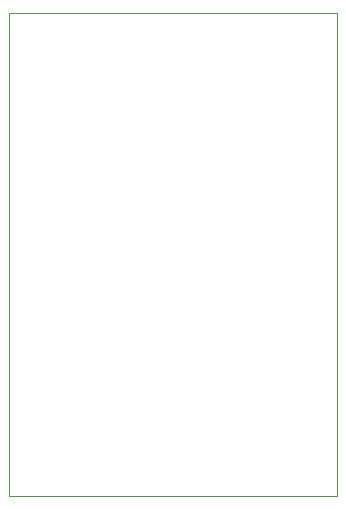
<source format=gbr>
%TF.GenerationSoftware,KiCad,Pcbnew,(6.0.0)*%
%TF.CreationDate,2022-04-03T23:20:59+01:00*%
%TF.ProjectId,kit-soldadura-pcb,6b69742d-736f-46c6-9461-647572612d70,rev?*%
%TF.SameCoordinates,Original*%
%TF.FileFunction,Profile,NP*%
%FSLAX46Y46*%
G04 Gerber Fmt 4.6, Leading zero omitted, Abs format (unit mm)*
G04 Created by KiCad (PCBNEW (6.0.0)) date 2022-04-03 23:20:59*
%MOMM*%
%LPD*%
G01*
G04 APERTURE LIST*
%TA.AperFunction,Profile*%
%ADD10C,0.100000*%
%TD*%
G04 APERTURE END LIST*
D10*
X135300000Y-76516137D02*
X163120000Y-76516137D01*
X163120000Y-76516137D02*
X163120000Y-117436137D01*
X163120000Y-117436137D02*
X135300000Y-117436137D01*
X135300000Y-117436137D02*
X135300000Y-76516137D01*
M02*

</source>
